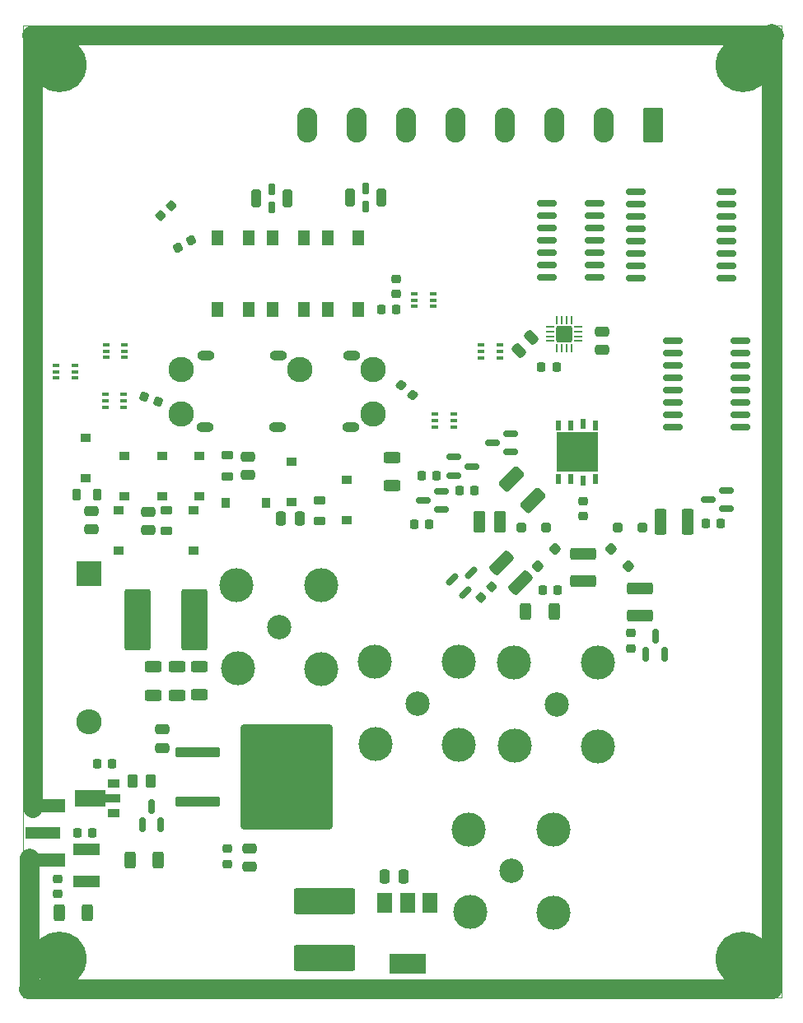
<source format=gts>
G04 #@! TF.GenerationSoftware,KiCad,Pcbnew,(7.0.0-0)*
G04 #@! TF.CreationDate,2023-05-10T16:18:41+02:00*
G04 #@! TF.ProjectId,Filter-forest-v3,46696c74-6572-42d6-966f-726573742d76,rev?*
G04 #@! TF.SameCoordinates,Original*
G04 #@! TF.FileFunction,Soldermask,Top*
G04 #@! TF.FilePolarity,Negative*
%FSLAX46Y46*%
G04 Gerber Fmt 4.6, Leading zero omitted, Abs format (unit mm)*
G04 Created by KiCad (PCBNEW (7.0.0-0)) date 2023-05-10 16:18:41*
%MOMM*%
%LPD*%
G01*
G04 APERTURE LIST*
G04 Aperture macros list*
%AMRoundRect*
0 Rectangle with rounded corners*
0 $1 Rounding radius*
0 $2 $3 $4 $5 $6 $7 $8 $9 X,Y pos of 4 corners*
0 Add a 4 corners polygon primitive as box body*
4,1,4,$2,$3,$4,$5,$6,$7,$8,$9,$2,$3,0*
0 Add four circle primitives for the rounded corners*
1,1,$1+$1,$2,$3*
1,1,$1+$1,$4,$5*
1,1,$1+$1,$6,$7*
1,1,$1+$1,$8,$9*
0 Add four rect primitives between the rounded corners*
20,1,$1+$1,$2,$3,$4,$5,0*
20,1,$1+$1,$4,$5,$6,$7,0*
20,1,$1+$1,$6,$7,$8,$9,0*
20,1,$1+$1,$8,$9,$2,$3,0*%
%AMFreePoly0*
4,1,9,3.862500,-0.866500,0.737500,-0.866500,0.737500,-0.450000,-0.737500,-0.450000,-0.737500,0.450000,0.737500,0.450000,0.737500,0.866500,3.862500,0.866500,3.862500,-0.866500,3.862500,-0.866500,$1*%
G04 Aperture macros list end*
%ADD10C,2.000000*%
%ADD11RoundRect,0.250000X-0.475000X0.250000X-0.475000X-0.250000X0.475000X-0.250000X0.475000X0.250000X0*%
%ADD12R,0.650000X0.400000*%
%ADD13RoundRect,0.250000X0.625000X-0.312500X0.625000X0.312500X-0.625000X0.312500X-0.625000X-0.312500X0*%
%ADD14RoundRect,0.150000X-0.825000X-0.150000X0.825000X-0.150000X0.825000X0.150000X-0.825000X0.150000X0*%
%ADD15R,2.600000X2.600000*%
%ADD16O,2.600000X2.600000*%
%ADD17RoundRect,0.249600X-0.270400X-0.650400X0.270400X-0.650400X0.270400X0.650400X-0.270400X0.650400X0*%
%ADD18RoundRect,0.152500X-0.152500X-0.470000X0.152500X-0.470000X0.152500X0.470000X-0.152500X0.470000X0*%
%ADD19C,0.610000*%
%ADD20RoundRect,0.250000X-0.625000X0.312500X-0.625000X-0.312500X0.625000X-0.312500X0.625000X0.312500X0*%
%ADD21RoundRect,0.150000X0.587500X0.150000X-0.587500X0.150000X-0.587500X-0.150000X0.587500X-0.150000X0*%
%ADD22C,2.500000*%
%ADD23C,3.500000*%
%ADD24RoundRect,0.150000X-0.309359X-0.521491X0.521491X0.309359X0.309359X0.521491X-0.521491X-0.309359X0*%
%ADD25RoundRect,0.225000X0.225000X0.250000X-0.225000X0.250000X-0.225000X-0.250000X0.225000X-0.250000X0*%
%ADD26R,2.700000X1.150000*%
%ADD27RoundRect,0.225000X0.250000X-0.225000X0.250000X0.225000X-0.250000X0.225000X-0.250000X-0.225000X0*%
%ADD28RoundRect,0.218750X-0.381250X0.218750X-0.381250X-0.218750X0.381250X-0.218750X0.381250X0.218750X0*%
%ADD29RoundRect,0.225000X-0.225000X-0.250000X0.225000X-0.250000X0.225000X0.250000X-0.225000X0.250000X0*%
%ADD30RoundRect,0.250000X-0.262500X-0.450000X0.262500X-0.450000X0.262500X0.450000X-0.262500X0.450000X0*%
%ADD31R,1.000000X0.850000*%
%ADD32RoundRect,0.250000X0.250000X0.475000X-0.250000X0.475000X-0.250000X-0.475000X0.250000X-0.475000X0*%
%ADD33R,0.850000X1.000000*%
%ADD34RoundRect,0.250000X0.250000X0.250000X-0.250000X0.250000X-0.250000X-0.250000X0.250000X-0.250000X0*%
%ADD35RoundRect,0.225000X-0.250000X0.225000X-0.250000X-0.225000X0.250000X-0.225000X0.250000X0.225000X0*%
%ADD36RoundRect,0.250000X0.312500X0.625000X-0.312500X0.625000X-0.312500X-0.625000X0.312500X-0.625000X0*%
%ADD37RoundRect,0.250000X0.159099X-0.512652X0.512652X-0.159099X-0.159099X0.512652X-0.512652X0.159099X0*%
%ADD38RoundRect,0.250000X0.475000X-0.250000X0.475000X0.250000X-0.475000X0.250000X-0.475000X-0.250000X0*%
%ADD39RoundRect,0.250000X-2.050000X-0.300000X2.050000X-0.300000X2.050000X0.300000X-2.050000X0.300000X0*%
%ADD40RoundRect,0.250002X-4.449998X-5.149998X4.449998X-5.149998X4.449998X5.149998X-4.449998X5.149998X0*%
%ADD41RoundRect,0.250000X-0.250000X-0.475000X0.250000X-0.475000X0.250000X0.475000X-0.250000X0.475000X0*%
%ADD42RoundRect,0.225000X-0.296936X-0.157969X0.125926X-0.311878X0.296936X0.157969X-0.125926X0.311878X0*%
%ADD43RoundRect,0.250000X-0.375000X-0.850000X0.375000X-0.850000X0.375000X0.850000X-0.375000X0.850000X0*%
%ADD44C,5.600000*%
%ADD45RoundRect,0.250000X2.900000X-1.087500X2.900000X1.087500X-2.900000X1.087500X-2.900000X-1.087500X0*%
%ADD46RoundRect,0.250000X1.087500X2.900000X-1.087500X2.900000X-1.087500X-2.900000X1.087500X-2.900000X0*%
%ADD47RoundRect,0.250000X0.000000X-0.353553X0.353553X0.000000X0.000000X0.353553X-0.353553X0.000000X0*%
%ADD48RoundRect,0.225000X0.017678X-0.335876X0.335876X-0.017678X-0.017678X0.335876X-0.335876X0.017678X0*%
%ADD49R,0.510000X1.020000*%
%ADD50RoundRect,0.001000X-2.100000X2.010000X-2.100000X-2.010000X2.100000X-2.010000X2.100000X2.010000X0*%
%ADD51RoundRect,0.218750X0.218750X0.381250X-0.218750X0.381250X-0.218750X-0.381250X0.218750X-0.381250X0*%
%ADD52RoundRect,0.250000X-1.025305X-0.494975X-0.494975X-1.025305X1.025305X0.494975X0.494975X1.025305X0*%
%ADD53RoundRect,0.150000X-0.587500X-0.150000X0.587500X-0.150000X0.587500X0.150000X-0.587500X0.150000X0*%
%ADD54RoundRect,0.218750X0.381250X-0.218750X0.381250X0.218750X-0.381250X0.218750X-0.381250X-0.218750X0*%
%ADD55R,3.600000X1.270000*%
%ADD56R,4.200000X1.350000*%
%ADD57RoundRect,0.250000X-1.069499X-0.486136X-0.486136X-1.069499X1.069499X0.486136X0.486136X1.069499X0*%
%ADD58RoundRect,0.250000X-1.075000X0.375000X-1.075000X-0.375000X1.075000X-0.375000X1.075000X0.375000X0*%
%ADD59RoundRect,0.225000X-0.069856X-0.329006X0.319856X-0.104006X0.069856X0.329006X-0.319856X0.104006X0*%
%ADD60R,1.200000X1.600000*%
%ADD61RoundRect,0.250000X-0.250000X-0.250000X0.250000X-0.250000X0.250000X0.250000X-0.250000X0.250000X0*%
%ADD62RoundRect,0.150000X0.150000X-0.587500X0.150000X0.587500X-0.150000X0.587500X-0.150000X-0.587500X0*%
%ADD63RoundRect,0.249999X0.790001X1.550001X-0.790001X1.550001X-0.790001X-1.550001X0.790001X-1.550001X0*%
%ADD64O,2.080000X3.600000*%
%ADD65RoundRect,0.250000X0.353553X0.000000X0.000000X0.353553X-0.353553X0.000000X0.000000X-0.353553X0*%
%ADD66RoundRect,0.250000X0.375000X1.075000X-0.375000X1.075000X-0.375000X-1.075000X0.375000X-1.075000X0*%
%ADD67RoundRect,0.150000X-0.875000X-0.150000X0.875000X-0.150000X0.875000X0.150000X-0.875000X0.150000X0*%
%ADD68RoundRect,0.150000X-0.837500X-0.150000X0.837500X-0.150000X0.837500X0.150000X-0.837500X0.150000X0*%
%ADD69RoundRect,0.225000X-0.333057X-0.046884X0.011663X-0.336138X0.333057X0.046884X-0.011663X0.336138X0*%
%ADD70R,1.300000X0.900000*%
%ADD71FreePoly0,180.000000*%
%ADD72RoundRect,0.250000X1.075000X-0.375000X1.075000X0.375000X-1.075000X0.375000X-1.075000X-0.375000X0*%
%ADD73RoundRect,0.062500X-0.337500X-0.062500X0.337500X-0.062500X0.337500X0.062500X-0.337500X0.062500X0*%
%ADD74RoundRect,0.062500X-0.062500X-0.337500X0.062500X-0.337500X0.062500X0.337500X-0.062500X0.337500X0*%
%ADD75RoundRect,0.250000X-0.600000X-0.600000X0.600000X-0.600000X0.600000X0.600000X-0.600000X0.600000X0*%
%ADD76R,1.500000X2.000000*%
%ADD77R,3.800000X2.000000*%
%ADD78C,2.610000*%
%ADD79O,1.800000X1.000000*%
G04 #@! TA.AperFunction,Profile*
%ADD80C,0.100000*%
G04 #@! TD*
G04 APERTURE END LIST*
D10*
X89090000Y-30980000D02*
X165342500Y-30980000D01*
X88740000Y-129080000D02*
X165170000Y-129080000D01*
X165110000Y-128910000D02*
X165110000Y-30810000D01*
X88860000Y-115625000D02*
X88860000Y-129035000D01*
X89140000Y-110450000D02*
X89140000Y-30960000D01*
D11*
X101000000Y-80000000D03*
X101000000Y-81900000D03*
X95130000Y-79920000D03*
X95130000Y-81820000D03*
D12*
X98565999Y-64117999D03*
X98565999Y-63467999D03*
X98565999Y-62817999D03*
X96665999Y-62817999D03*
X96665999Y-63467999D03*
X96665999Y-64117999D03*
D13*
X126040000Y-77322500D03*
X126040000Y-74397500D03*
D14*
X141975000Y-48280000D03*
X141975000Y-49550000D03*
X141975000Y-50820000D03*
X141975000Y-52090000D03*
X141975000Y-53360000D03*
X141975000Y-54630000D03*
X141975000Y-55900000D03*
X146925000Y-55900000D03*
X146925000Y-54630000D03*
X146925000Y-53360000D03*
X146925000Y-52090000D03*
X146925000Y-50820000D03*
X146925000Y-49550000D03*
X146925000Y-48280000D03*
D15*
X94899999Y-86319999D03*
D16*
X94899999Y-101559999D03*
D17*
X112066000Y-47752000D03*
D18*
X113691000Y-48679500D03*
D19*
X113691000Y-48857000D03*
D17*
X115316000Y-47752000D03*
D19*
X113691000Y-46647000D03*
D18*
X113691000Y-46824500D03*
D20*
X106300000Y-95887500D03*
X106300000Y-98812500D03*
D21*
X160477500Y-79680000D03*
X160477500Y-77780000D03*
X158602500Y-78730000D03*
D22*
X128660000Y-99710000D03*
D23*
X124260000Y-95410000D03*
X124360000Y-103910000D03*
X132960000Y-95410000D03*
X132960000Y-104010000D03*
D24*
X132225336Y-86921161D03*
X133568839Y-88264664D03*
X134222913Y-86267087D03*
D25*
X130652500Y-76290000D03*
X129102500Y-76290000D03*
D20*
X103990000Y-95927500D03*
X103990000Y-98852500D03*
D26*
X94699999Y-114744999D03*
X94699999Y-118044999D03*
D27*
X91700000Y-119330000D03*
X91700000Y-117780000D03*
D28*
X102900000Y-79867500D03*
X102900000Y-81992500D03*
D29*
X141435000Y-65100000D03*
X142985000Y-65100000D03*
D30*
X99417500Y-107696000D03*
X101242500Y-107696000D03*
D31*
X94579999Y-76574999D03*
X94579999Y-72424999D03*
D32*
X116560000Y-80700000D03*
X114660000Y-80700000D03*
D31*
X102459999Y-74254999D03*
X102459999Y-78404999D03*
D12*
X128389999Y-57569999D03*
X128389999Y-58219999D03*
X128389999Y-58869999D03*
X130289999Y-58869999D03*
X130289999Y-58219999D03*
X130289999Y-57569999D03*
D27*
X109100000Y-116205000D03*
X109100000Y-114655000D03*
D11*
X147640000Y-61440000D03*
X147640000Y-63340000D03*
D33*
X113124999Y-79059999D03*
X108974999Y-79059999D03*
D29*
X93735000Y-113035000D03*
X95285000Y-113035000D03*
D34*
X151780000Y-81620000D03*
X149280000Y-81620000D03*
D22*
X114510000Y-91880000D03*
D23*
X110110000Y-87580000D03*
X110210000Y-96080000D03*
X118810000Y-87580000D03*
X118810000Y-96180000D03*
D20*
X101500000Y-95927500D03*
X101500000Y-98852500D03*
D35*
X145750000Y-78895000D03*
X145750000Y-80445000D03*
D21*
X138297500Y-73860000D03*
X138297500Y-71960000D03*
X136422500Y-72910000D03*
D36*
X94762500Y-121265000D03*
X91837500Y-121265000D03*
D29*
X124955000Y-59182000D03*
X126505000Y-59182000D03*
D37*
X139078249Y-63381751D03*
X140421751Y-62038249D03*
D38*
X111290000Y-76220000D03*
X111290000Y-74320000D03*
D39*
X106085000Y-104725000D03*
D40*
X115235000Y-107265000D03*
D39*
X106085000Y-109805000D03*
D31*
X121459999Y-76744999D03*
X121459999Y-80894999D03*
D41*
X125320000Y-117520000D03*
X127220000Y-117520000D03*
D21*
X131147500Y-79760000D03*
X131147500Y-77860000D03*
X129272500Y-78810000D03*
D42*
X100601738Y-68164934D03*
X102058262Y-68695066D03*
D43*
X135032500Y-81000000D03*
X137182500Y-81000000D03*
D17*
X121716000Y-47702000D03*
D18*
X123341000Y-48629500D03*
D19*
X123341000Y-48807000D03*
D17*
X124966000Y-47702000D03*
D19*
X123341000Y-46597000D03*
D18*
X123341000Y-46774500D03*
D44*
X162104404Y-34030000D03*
D27*
X150610000Y-94047500D03*
X150610000Y-92497500D03*
D12*
X93445999Y-66227999D03*
X93445999Y-65577999D03*
X93445999Y-64927999D03*
X91545999Y-64927999D03*
X91545999Y-65577999D03*
X91545999Y-66227999D03*
D31*
X106279999Y-74264999D03*
X106279999Y-78414999D03*
D22*
X138380000Y-116960000D03*
D23*
X133980000Y-112660000D03*
X134080000Y-121160000D03*
X142680000Y-112660000D03*
X142680000Y-121260000D03*
D36*
X142732500Y-90240000D03*
X139807500Y-90240000D03*
D44*
X91864000Y-34030000D03*
D12*
X135259999Y-62849999D03*
X135259999Y-63499999D03*
X135259999Y-64149999D03*
X137159999Y-64149999D03*
X137159999Y-63499999D03*
X137159999Y-62849999D03*
D45*
X119110000Y-125917500D03*
X119110000Y-120042500D03*
D46*
X105782500Y-91140000D03*
X99907500Y-91140000D03*
D47*
X141046117Y-85588883D03*
X142813883Y-83821117D03*
D48*
X135251992Y-88838008D03*
X136348008Y-87741992D03*
D49*
X146992499Y-71104999D03*
X144452499Y-71104999D03*
X143182499Y-71104999D03*
D50*
X145087500Y-73860000D03*
D49*
X146992499Y-76614999D03*
X144452499Y-76614999D03*
X143182499Y-76614999D03*
X145727499Y-70979999D03*
X145727499Y-76759999D03*
D51*
X95762500Y-78210000D03*
X93637500Y-78210000D03*
D52*
X137300051Y-85290051D03*
X139279949Y-87269949D03*
D25*
X159855000Y-81220000D03*
X158305000Y-81220000D03*
D12*
X130489999Y-69949999D03*
X130489999Y-70599999D03*
X130489999Y-71249999D03*
X132389999Y-71249999D03*
X132389999Y-70599999D03*
X132389999Y-69949999D03*
D53*
X132410000Y-74370000D03*
X132410000Y-76270000D03*
X134285000Y-75320000D03*
D29*
X128355000Y-81320000D03*
X129905000Y-81320000D03*
D54*
X109140000Y-76332500D03*
X109140000Y-74207500D03*
D35*
X126480000Y-56015000D03*
X126480000Y-57565000D03*
D22*
X142970000Y-99840000D03*
D23*
X138570000Y-95540000D03*
X138670000Y-104040000D03*
X147270000Y-95540000D03*
X147270000Y-104140000D03*
D12*
X98505999Y-69237999D03*
X98505999Y-68587999D03*
X98505999Y-67937999D03*
X96605999Y-67937999D03*
X96605999Y-68587999D03*
X96605999Y-69237999D03*
D31*
X98599999Y-78374999D03*
X98599999Y-74224999D03*
D55*
X90159999Y-113029999D03*
D56*
X90359999Y-110204999D03*
X90359999Y-115854999D03*
D57*
X138345146Y-76595146D03*
X140554854Y-78804854D03*
D58*
X145710000Y-84317500D03*
X145710000Y-87117500D03*
D59*
X104067660Y-52845000D03*
X105410000Y-52070000D03*
D60*
X108141999Y-51781999D03*
X108141999Y-51781999D03*
X108141999Y-59181999D03*
X108141999Y-59181999D03*
X122641999Y-59181999D03*
X122641999Y-51781999D03*
X111341999Y-51781999D03*
X111341999Y-59181999D03*
X113791999Y-51781999D03*
X113791999Y-59181999D03*
X116991999Y-51781999D03*
X116991999Y-59181999D03*
X119441999Y-51781999D03*
X119441999Y-59181999D03*
D61*
X139390000Y-81605000D03*
X141890000Y-81605000D03*
D38*
X111400000Y-116530000D03*
X111400000Y-114630000D03*
D11*
X102470000Y-102380000D03*
X102470000Y-104280000D03*
D62*
X152190000Y-94682500D03*
X154090000Y-94682500D03*
X153140000Y-92807500D03*
D63*
X152950000Y-40190000D03*
D64*
X147869999Y-40189999D03*
X142789999Y-40189999D03*
X137709999Y-40189999D03*
X132629999Y-40189999D03*
X127549999Y-40189999D03*
X122469999Y-40189999D03*
X117389999Y-40189999D03*
D44*
X91864000Y-125978000D03*
D65*
X150343883Y-85623883D03*
X148576117Y-83856117D03*
D25*
X97295000Y-105918000D03*
X95745000Y-105918000D03*
D66*
X156500000Y-81050000D03*
X153700000Y-81050000D03*
D67*
X151140000Y-47100000D03*
X151140000Y-48370000D03*
X151140000Y-49640000D03*
X151140000Y-50910000D03*
X151140000Y-52180000D03*
X151140000Y-53450000D03*
X151140000Y-54720000D03*
X151140000Y-55990000D03*
X160440000Y-55990000D03*
X160440000Y-54720000D03*
X160440000Y-53450000D03*
X160440000Y-52180000D03*
X160440000Y-50910000D03*
X160440000Y-49640000D03*
X160440000Y-48370000D03*
X160440000Y-47100000D03*
D68*
X154980000Y-62380000D03*
X154980000Y-63650000D03*
X154980000Y-64920000D03*
X154980000Y-66190000D03*
X154980000Y-67460000D03*
X154980000Y-68730000D03*
X154980000Y-70000000D03*
X154980000Y-71270000D03*
X161905000Y-71270000D03*
X161905000Y-70000000D03*
X161905000Y-68730000D03*
X161905000Y-67460000D03*
X161905000Y-66190000D03*
X161905000Y-64920000D03*
X161905000Y-63650000D03*
X161905000Y-62380000D03*
D54*
X118620000Y-80912500D03*
X118620000Y-78787500D03*
D31*
X105659999Y-79854999D03*
X105659999Y-84004999D03*
D36*
X102046500Y-115824000D03*
X99121500Y-115824000D03*
D69*
X126986316Y-66951840D03*
X128173684Y-67948160D03*
D70*
X97453999Y-110973999D03*
D71*
X97366500Y-109474000D03*
D70*
X97453999Y-107973999D03*
D72*
X151520000Y-90702500D03*
X151520000Y-87902500D03*
D31*
X97999999Y-79869999D03*
X97999999Y-84019999D03*
X115749999Y-79014999D03*
X115749999Y-74864999D03*
D62*
X100396000Y-112189500D03*
X102296000Y-112189500D03*
X101346000Y-110314500D03*
D73*
X142300000Y-60940000D03*
X142300000Y-61440000D03*
X142300000Y-61940000D03*
X142300000Y-62440000D03*
D74*
X143000000Y-63140000D03*
X143500000Y-63140000D03*
X144000000Y-63140000D03*
X144500000Y-63140000D03*
D73*
X145200000Y-62440000D03*
X145200000Y-61940000D03*
X145200000Y-61440000D03*
X145200000Y-60940000D03*
D74*
X144500000Y-60240000D03*
X144000000Y-60240000D03*
X143500000Y-60240000D03*
X143000000Y-60240000D03*
D75*
X143750000Y-61690000D03*
D29*
X141585000Y-88090000D03*
X143135000Y-88090000D03*
D48*
X102321992Y-49570008D03*
X103418008Y-48473992D03*
D29*
X133022500Y-77820000D03*
X134572500Y-77820000D03*
D76*
X129949999Y-120189999D03*
X127649999Y-120189999D03*
D77*
X127649999Y-126489999D03*
D76*
X125349999Y-120189999D03*
D44*
X162104404Y-125978000D03*
D78*
X124146480Y-69926160D03*
X104440000Y-69920000D03*
X104440000Y-65320000D03*
X124146480Y-65326160D03*
D79*
X121929999Y-63929999D03*
X121829999Y-71329999D03*
D78*
X116630000Y-65330000D03*
D79*
X114429999Y-63929999D03*
X114329999Y-71329999D03*
X106929999Y-63929999D03*
X106829999Y-71329999D03*
D80*
X88138000Y-30004383D02*
X166158804Y-30004383D01*
X166158804Y-30004383D02*
X166158804Y-129944383D01*
X166158804Y-129944383D02*
X88138000Y-129944383D01*
X88138000Y-129944383D02*
X88138000Y-30004383D01*
M02*

</source>
